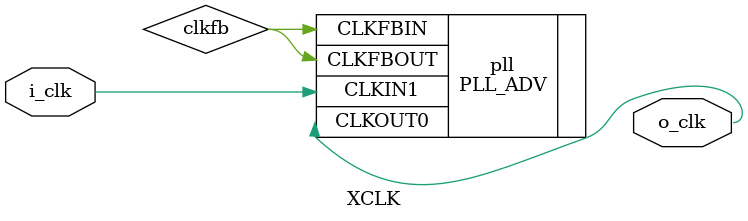
<source format=v>
`timescale 1ns / 1ps


module XCLK #(
    parameter ClockFrequency = 50_000_000,
    parameter OutputClockFrequency = 12_500_000
) (
    input wire i_clk,
    output wire o_clk
    );
    
    localparam ClockPeriod = 1_000_000_000 / ClockFrequency;
    localparam Divider = ClockFrequency / OutputClockFrequency;
    
    wire clkfb;
    
    PLL_ADV #(
        .CLKIN1_PERIOD(ClockPeriod),
        .CLKFBOUT_MULT(1),
        .CLKOUT0_DIVIDE(Divider)
    ) pll (
        .CLKFBOUT(clkfb),
        .CLKFBIN(clkfb),
        .CLKIN1(i_clk),
        .CLKOUT0(o_clk)
    );
endmodule

</source>
